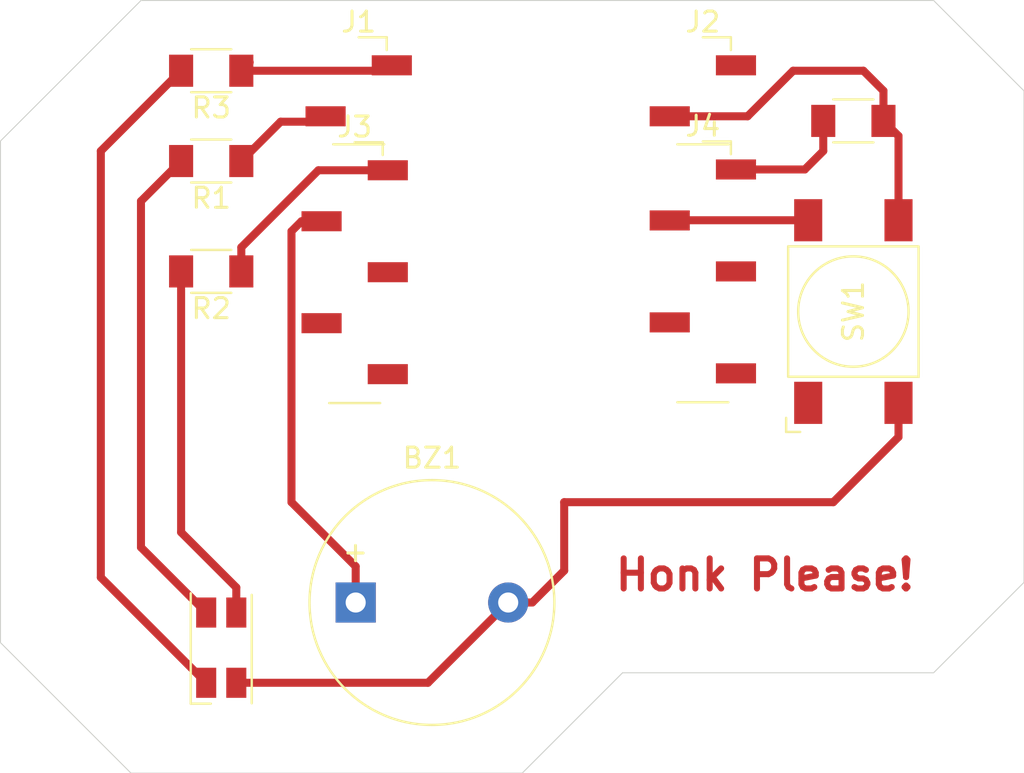
<source format=kicad_pcb>
(kicad_pcb (version 20241229) (generator "pcbnew") (generator_version "9.0")
  (layers (0 "F.Cu" signal) (2 "B.Cu" signal) (13 "F.Paste" user) (15 "B.Paste" user) (5 "F.SilkS" user "F.Silkscreen") (7 "B.SilkS" user "B.Silkscreen") (1 "F.Mask" user) (3 "B.Mask" user) (25 "Edge.Cuts" user))
  (net 0 "")
  (net 1 "VCC")
  (net 2 "GND")
  (net 3 "PIEZO")
  (net 4 "B")
  (net 5 "R")
  (net 6 "G")
  (net 7 "SWITCH")
  (net 8 "Net-(D1-RK)")
  (net 9 "Net-(D1-BK)")
  (net 10 "Net-(D1-GK)")
  (footprint "PCM_fab:PinSocket_01x05_P2.54mm_Vertical_SMD" (layer "F.Cu") (at 123.5 86)
    (property "Reference" "J4" (at 0 -7.239 180) (layer "F.SilkS"))
    (property "Value" "PinSocket_01x05_P2.54mm_Vertical_SMD")
    (fp_line (start -1.27 6.52) (end 1.27 6.52) (stroke (width 0.12)) (layer "F.SilkS"))
    (fp_line (start 1.397 -6.477) (end 0 -6.477) (stroke (width 0.12)) (layer "F.SilkS"))
    (fp_line (start 1.397 -5.842) (end 1.397 -6.477) (stroke (width 0.12)) (layer "F.SilkS"))
    (pad "1" smd rect (at 1.65 -5.08) (size 2 1) (layers "F.Cu" "F.Mask" "F.Paste") (net 1 "VCC"))
    (pad "2" smd rect (at -1.65 -2.54) (size 2 1) (layers "F.Cu" "F.Mask" "F.Paste") (net 7 "SWITCH"))
    (pad "3" smd rect (at 1.65 0) (size 2 1) (layers "F.Cu" "F.Mask" "F.Paste"))
    (pad "4" smd rect (at -1.65 2.54) (size 2 1) (layers "F.Cu" "F.Mask" "F.Paste"))
    (pad "5" smd rect (at 1.65 5.08) (size 2 1) (layers "F.Cu" "F.Mask" "F.Paste"))
  )
  (footprint "PCM_fab:R_1206" (layer "F.Cu") (at 99 86 180)
    (property "Reference" "R2" (at 0 -1.85 0) (layer "F.SilkS"))
    (property "Value" "220")
    (fp_line (start 1 1.07) (end -1 1.07) (stroke (width 0.12)) (layer "F.SilkS"))
    (fp_line (start -1 -1.07) (end 1 -1.07) (stroke (width 0.12)) (layer "F.SilkS"))
    (pad "1" smd rect (at -1.5 0 180) (size 1.2 1.6) (layers "F.Cu" "F.Mask" "F.Paste") (net 4 "B"))
    (pad "2" smd rect (at 1.5 0 180) (size 1.2 1.6) (layers "F.Cu" "F.Mask" "F.Paste") (net 9 "Net-(D1-BK)"))
  )
  (footprint "PCM_fab:PinSocket_01x05_P2.54mm_Vertical_SMD" (layer "F.Cu") (at 106.15 86.04)
    (property "Reference" "J3" (at 0 -7.239 180) (layer "F.SilkS"))
    (property "Value" "PinSocket_01x05_P2.54mm_Vertical_SMD")
    (fp_line (start -1.27 6.52) (end 1.27 6.52) (stroke (width 0.12)) (layer "F.SilkS"))
    (fp_line (start 1.397 -6.477) (end 0 -6.477) (stroke (width 0.12)) (layer "F.SilkS"))
    (fp_line (start 1.397 -5.842) (end 1.397 -6.477) (stroke (width 0.12)) (layer "F.SilkS"))
    (pad "1" smd rect (at 1.65 -5.08) (size 2 1) (layers "F.Cu" "F.Mask" "F.Paste") (net 4 "B"))
    (pad "2" smd rect (at -1.65 -2.54) (size 2 1) (layers "F.Cu" "F.Mask" "F.Paste") (net 3 "PIEZO"))
    (pad "3" smd rect (at 1.65 0) (size 2 1) (layers "F.Cu" "F.Mask" "F.Paste"))
    (pad "4" smd rect (at -1.65 2.54) (size 2 1) (layers "F.Cu" "F.Mask" "F.Paste"))
    (pad "5" smd rect (at 1.65 5.08) (size 2 1) (layers "F.Cu" "F.Mask" "F.Paste"))
  )
  (footprint "PCM_fab:PinSocket_01x02_P2.54mm_Vertical_SMD" (layer "F.Cu") (at 123.5 77)
    (property "Reference" "J2" (at 0 -3.429 180) (layer "F.SilkS"))
    (property "Value" "PinSocket_01x02_P2.54mm_Vertical_SMD")
    (fp_line (start -1.27 2.667) (end 1.27 2.667) (stroke (width 0.12)) (layer "F.SilkS"))
    (fp_line (start 1.397 -2.667) (end 0 -2.667) (stroke (width 0.12)) (layer "F.SilkS"))
    (fp_line (start 1.397 -2.032) (end 1.397 -2.667) (stroke (width 0.12)) (layer "F.SilkS"))
    (pad "1" smd rect (at 1.65 -1.27) (size 2 1) (layers "F.Cu" "F.Mask" "F.Paste"))
    (pad "2" smd rect (at -1.65 1.27) (size 2 1) (layers "F.Cu" "F.Mask" "F.Paste") (net 2 "GND"))
  )
  (footprint "Buzzer_Beeper:Buzzer_12x9.5RM7.6" (layer "F.Cu") (at 106.2 102.5)
    (property "Reference" "BZ1" (at 3.8 -7.2 0) (layer "F.SilkS"))
    (property "Value" "Buzzer")
    (fp_circle (center 3.8 0) (end 9.9 0) (stroke (width 0.12)) (fill no) (layer "F.SilkS"))
    (fp_text user "+" (at -0.01 -2.54 0) (layer "F.SilkS"))
    (pad "1" thru_hole rect (at 0 0) (size 2 2) (drill 1) (layers "*.Cu" "*.Mask") (net 3 "PIEZO"))
    (pad "2" thru_hole circle (at 7.6 0) (size 2 2) (drill 1) (layers "*.Cu" "*.Mask") (net 2 "GND"))
  )
  (footprint "PCM_fab:LED_RGB_CreeLED_CLV1A-FKB" (layer "F.Cu") (at 99.5 104.75 90)
    (property "Reference" "D1" (hide yes))
    (property "Value" "LED_RGB_CreeLED_PLCC4" (hide yes))
    (fp_line (start 2.71 -1.52) (end -2.79 -1.52) (stroke (width 0.12)) (layer "F.SilkS"))
    (fp_line (start -2.79 -0.52) (end -2.79 -1.52) (stroke (width 0.12)) (layer "F.SilkS"))
    (fp_line (start 2.63 1.52) (end -2.77 1.52) (stroke (width 0.12)) (layer "F.SilkS"))
    (pad "1" smd rect (at -1.75 -0.75 270) (size 1.5 1) (layers "F.Cu" "F.Mask" "F.Paste") (net 8 "Net-(D1-RK)"))
    (pad "2" smd rect (at -1.75 0.75 270) (size 1.5 1) (layers "F.Cu" "F.Mask" "F.Paste") (net 2 "GND"))
    (pad "3" smd rect (at 1.75 0.75 270) (size 1.5 1) (layers "F.Cu" "F.Mask" "F.Paste") (net 9 "Net-(D1-BK)"))
    (pad "4" smd rect (at 1.75 -0.75 270) (size 1.5 1) (layers "F.Cu" "F.Mask" "F.Paste") (net 10 "Net-(D1-GK)"))
  )
  (footprint "PCM_fab:PinSocket_01x02_P2.54mm_Vertical_SMD" (layer "F.Cu") (at 106.35 77)
    (property "Reference" "J1" (at 0 -3.429 180) (layer "F.SilkS"))
    (property "Value" "PinSocket_01x02_P2.54mm_Vertical_SMD")
    (fp_line (start -1.27 2.667) (end 1.27 2.667) (stroke (width 0.12)) (layer "F.SilkS"))
    (fp_line (start 1.397 -2.667) (end 0 -2.667) (stroke (width 0.12)) (layer "F.SilkS"))
    (fp_line (start 1.397 -2.032) (end 1.397 -2.667) (stroke (width 0.12)) (layer "F.SilkS"))
    (pad "1" smd rect (at 1.65 -1.27) (size 2 1) (layers "F.Cu" "F.Mask" "F.Paste") (net 5 "R"))
    (pad "2" smd rect (at -1.65 1.27) (size 2 1) (layers "F.Cu" "F.Mask" "F.Paste") (net 6 "G"))
  )
  (footprint "PCM_fab:R_1206" (layer "F.Cu") (at 99 80.5 180)
    (property "Reference" "R1" (at 0 -1.85 0) (layer "F.SilkS"))
    (property "Value" "220")
    (fp_line (start 1 1.07) (end -1 1.07) (stroke (width 0.12)) (layer "F.SilkS"))
    (fp_line (start -1 -1.07) (end 1 -1.07) (stroke (width 0.12)) (layer "F.SilkS"))
    (pad "1" smd rect (at -1.5 0 180) (size 1.2 1.6) (layers "F.Cu" "F.Mask" "F.Paste") (net 6 "G"))
    (pad "2" smd rect (at 1.5 0 180) (size 1.2 1.6) (layers "F.Cu" "F.Mask" "F.Paste") (net 10 "Net-(D1-GK)"))
  )
  (footprint "PCM_fab:C_1206" (layer "F.Cu") (at 131 78.5)
    (property "Reference" "C1" (hide yes))
    (property "Value" "10µF" (hide yes))
    (fp_line (start -1 -1.07) (end 1 -1.07) (stroke (width 0.12)) (layer "F.SilkS"))
    (fp_line (start 1 1.07) (end -1 1.07) (stroke (width 0.12)) (layer "F.SilkS"))
    (pad "1" smd rect (at -1.5 0) (size 1.2 1.6) (layers "F.Cu" "F.Mask" "F.Paste") (net 1 "VCC"))
    (pad "2" smd rect (at 1.5 0) (size 1.2 1.6) (layers "F.Cu" "F.Mask" "F.Paste") (net 2 "GND"))
  )
  (footprint "PCM_fab:R_1206" (layer "F.Cu") (at 99 76 180)
    (property "Reference" "R3" (at 0 -1.85 0) (layer "F.SilkS"))
    (property "Value" "220")
    (fp_line (start 1 1.07) (end -1 1.07) (stroke (width 0.12)) (layer "F.SilkS"))
    (fp_line (start -1 -1.07) (end 1 -1.07) (stroke (width 0.12)) (layer "F.SilkS"))
    (pad "1" smd rect (at -1.5 0 180) (size 1.2 1.6) (layers "F.Cu" "F.Mask" "F.Paste") (net 5 "R"))
    (pad "2" smd rect (at 1.5 0 180) (size 1.2 1.6) (layers "F.Cu" "F.Mask" "F.Paste") (net 8 "Net-(D1-RK)"))
  )
  (footprint "PCM_fab:Button_CUIDevices_TS04-66-43-BK-260-SMT_6.0x6.0mm" (layer "F.Cu") (at 131 88 90)
    (property "Reference" "SW1" (at 0 0 90) (layer "F.SilkS"))
    (property "Value" "Switch_Tactile_CUIDevices" (hide yes))
    (fp_line (start -6 -3.35) (end -5.3 -3.35) (stroke (width 0.12)) (layer "F.SilkS"))
    (fp_line (start -6 -2.65) (end -6 -3.35) (stroke (width 0.12)) (layer "F.SilkS"))
    (fp_rect (start -3.25 3.25) (end 3.25 -3.25) (stroke (width 0.12)) (fill no) (layer "F.SilkS"))
    (fp_circle (center 0 0) (end 2.75 0) (stroke (width 0.12)) (fill no) (layer "F.SilkS"))
    (pad "1" smd rect (at -4.55 -2.25 90) (size 2.1 1.4) (layers "F.Cu" "F.Mask" "F.Paste") (net 7 "SWITCH"))
    (pad "2" smd rect (at 4.55 -2.25 90) (size 2.1 1.4) (layers "F.Cu" "F.Mask" "F.Paste") (net 7 "SWITCH"))
    (pad "3" smd rect (at -4.55 2.25 90) (size 2.1 1.4) (layers "F.Cu" "F.Mask" "F.Paste") (net 2 "GND"))
    (pad "4" smd rect (at 4.55 2.25 90) (size 2.1 1.4) (layers "F.Cu" "F.Mask" "F.Paste") (net 2 "GND"))
  )
  (gr_line (start 135 72.5) (end 139.5 77) (stroke (width 0.05)) (layer "Edge.Cuts"))
  (gr_line (start 95.5 72.5) (end 98 72.5) (stroke (width 0.05)) (layer "Edge.Cuts"))
  (gr_line (start 135 72.5) (end 103 72.5) (stroke (width 0.05)) (layer "Edge.Cuts"))
  (gr_line (start 98 72.5) (end 103 72.5) (stroke (width 0.05)) (layer "Edge.Cuts"))
  (gr_line (start 88.5 79.5) (end 95.5 72.5) (stroke (width 0.05)) (layer "Edge.Cuts"))
  (gr_line (start 95 111) (end 88.5 104.5) (stroke (width 0.05)) (layer "Edge.Cuts"))
  (gr_line (start 114.5 111) (end 95 111) (stroke (width 0.05)) (layer "Edge.Cuts"))
  (gr_line (start 135 106) (end 119.5 106) (stroke (width 0.05)) (layer "Edge.Cuts"))
  (gr_line (start 88.5 104.5) (end 88.5 79.5) (stroke (width 0.05)) (layer "Edge.Cuts"))
  (gr_line (start 139.5 101.5) (end 135 106) (stroke (width 0.05)) (layer "Edge.Cuts"))
  (gr_line (start 139.5 77) (end 139.5 101.5) (stroke (width 0.05)) (layer "Edge.Cuts"))
  (gr_line (start 119.5 106) (end 114.5 111) (stroke (width 0.05)) (layer "Edge.Cuts"))
  (gr_text "Honk Please!" (at 119 102 0) (layer "F.Cu") (effects (font (size 1.5 1.5) (thickness 0.3) (bold yes)) (justify left bottom)))
  (segment (start 129.5 80) (end 128.58 80.92) (width 0.4) (layer "F.Cu") (net 1))
  (segment (start 128.58 80.92) (end 125.15 80.92) (width 0.4) (layer "F.Cu") (net 1))
  (segment (start 129.5 78.5) (end 129.5 80) (width 0.4) (layer "F.Cu") (net 1))
  (segment (start 116.59 97.5) (end 130 97.5) (width 0.4) (layer "F.Cu") (net 2))
  (segment (start 113.8 102.5) (end 115 102.5) (width 0.4) (layer "F.Cu") (net 2))
  (segment (start 125.73 78.27) (end 121.85 78.27) (width 0.4) (layer "F.Cu") (net 2))
  (segment (start 133.25 79.25) (end 132.5 78.5) (width 0.4) (layer "F.Cu") (net 2))
  (segment (start 133.25 83.45) (end 133.25 79.25) (width 0.4) (layer "F.Cu") (net 2))
  (segment (start 100.25 106.5) (end 109.8 106.5) (width 0.4) (layer "F.Cu") (net 2))
  (segment (start 132.5 77) (end 131.5 76) (width 0.4) (layer "F.Cu") (net 2))
  (segment (start 115 102.5) (end 116.59 100.91) (width 0.4) (layer "F.Cu") (net 2))
  (segment (start 109.8 106.5) (end 113.8 102.5) (width 0.4) (layer "F.Cu") (net 2))
  (segment (start 133.25 94.25) (end 133.25 92.55) (width 0.4) (layer "F.Cu") (net 2))
  (segment (start 128 76) (end 125.73 78.27) (width 0.4) (layer "F.Cu") (net 2))
  (segment (start 116.59 100.91) (end 116.59 97.5) (width 0.4) (layer "F.Cu") (net 2))
  (segment (start 132.5 78.5) (end 132.5 77) (width 0.4) (layer "F.Cu") (net 2))
  (segment (start 131.5 76) (end 128 76) (width 0.4) (layer "F.Cu") (net 2))
  (segment (start 130 97.5) (end 133.25 94.25) (width 0.4) (layer "F.Cu") (net 2))
  (segment (start 104.5 83.5) (end 103.5 83.5) (width 0.4) (layer "F.Cu") (net 3))
  (segment (start 103 84) (end 103 97.5) (width 0.4) (layer "F.Cu") (net 3))
  (segment (start 103.5 83.5) (end 103 84) (width 0.4) (layer "F.Cu") (net 3))
  (segment (start 106.2 100.7) (end 106.2 102.5) (width 0.4) (layer "F.Cu") (net 3))
  (segment (start 103 97.5) (end 106.2 100.7) (width 0.4) (layer "F.Cu") (net 3))
  (segment (start 104.34 80.96) (end 107.8 80.96) (width 0.4) (layer "F.Cu") (net 4))
  (segment (start 100.5 84.8) (end 104.34 80.96) (width 0.4) (layer "F.Cu") (net 4))
  (segment (start 100.5 86) (end 100.5 84.8) (width 0.4) (layer "F.Cu") (net 4))
  (segment (start 100.5 76) (end 108 76) (width 0.4) (layer "F.Cu") (net 5))
  (segment (start 100.92 75.58) (end 100.5 76) (width 0.4) (layer "F.Cu") (net 5))
  (segment (start 104.7 78.54) (end 102.46 78.54) (width 0.4) (layer "F.Cu") (net 6))
  (segment (start 102.46 78.54) (end 100.5 80.5) (width 0.4) (layer "F.Cu") (net 6))
  (segment (start 121.86 83.45) (end 121.85 83.46) (width 0.4) (layer "F.Cu") (net 7))
  (segment (start 128.75 83.45) (end 121.86 83.45) (width 0.4) (layer "F.Cu") (net 7))
  (segment (start 98.75 106.5) (end 93.5 101.25) (width 0.4) (layer "F.Cu") (net 8))
  (segment (start 93.5 101.25) (end 93.5 80) (width 0.4) (layer "F.Cu") (net 8))
  (segment (start 93.5 80) (end 97.5 76) (width 0.4) (layer "F.Cu") (net 8))
  (segment (start 100.25 101.75) (end 97.5 99) (width 0.4) (layer "F.Cu") (net 9))
  (segment (start 100.25 103) (end 100.25 101.75) (width 0.4) (layer "F.Cu") (net 9))
  (segment (start 97.5 99) (end 97.5 86) (width 0.4) (layer "F.Cu") (net 9))
  (segment (start 95.5 99.75) (end 95.5 82.5) (width 0.4) (layer "F.Cu") (net 10))
  (segment (start 95.5 82.5) (end 97.5 80.5) (width 0.4) (layer "F.Cu") (net 10))
  (segment (start 98.75 103) (end 95.5 99.75) (width 0.4) (layer "F.Cu") (net 10))
)
</source>
